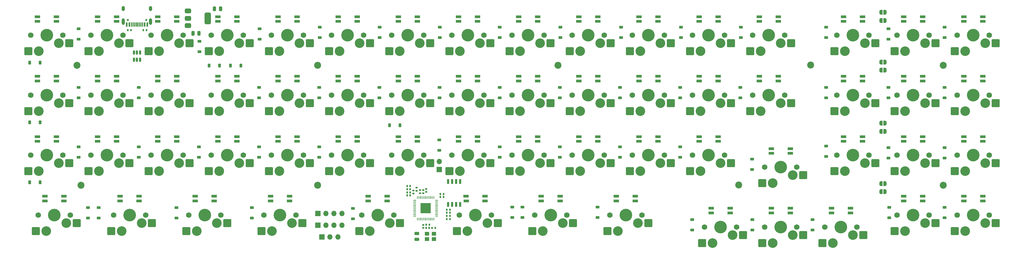
<source format=gbr>
G04 #@! TF.GenerationSoftware,KiCad,Pcbnew,8.0.4*
G04 #@! TF.CreationDate,2024-08-22T22:34:04+02:00*
G04 #@! TF.ProjectId,Mimic40,4d696d69-6334-4302-9e6b-696361645f70,rev?*
G04 #@! TF.SameCoordinates,Original*
G04 #@! TF.FileFunction,Soldermask,Bot*
G04 #@! TF.FilePolarity,Negative*
%FSLAX46Y46*%
G04 Gerber Fmt 4.6, Leading zero omitted, Abs format (unit mm)*
G04 Created by KiCad (PCBNEW 8.0.4) date 2024-08-22 22:34:04*
%MOMM*%
%LPD*%
G01*
G04 APERTURE LIST*
G04 Aperture macros list*
%AMRoundRect*
0 Rectangle with rounded corners*
0 $1 Rounding radius*
0 $2 $3 $4 $5 $6 $7 $8 $9 X,Y pos of 4 corners*
0 Add a 4 corners polygon primitive as box body*
4,1,4,$2,$3,$4,$5,$6,$7,$8,$9,$2,$3,0*
0 Add four circle primitives for the rounded corners*
1,1,$1+$1,$2,$3*
1,1,$1+$1,$4,$5*
1,1,$1+$1,$6,$7*
1,1,$1+$1,$8,$9*
0 Add four rect primitives between the rounded corners*
20,1,$1+$1,$2,$3,$4,$5,0*
20,1,$1+$1,$4,$5,$6,$7,0*
20,1,$1+$1,$6,$7,$8,$9,0*
20,1,$1+$1,$8,$9,$2,$3,0*%
%AMFreePoly0*
4,1,19,0.500000,-0.750000,0.000000,-0.750000,0.000000,-0.744911,-0.071157,-0.744911,-0.207708,-0.704816,-0.327430,-0.627875,-0.420627,-0.520320,-0.479746,-0.390866,-0.500000,-0.250000,-0.500000,0.250000,-0.479746,0.390866,-0.420627,0.520320,-0.327430,0.627875,-0.207708,0.704816,-0.071157,0.744911,0.000000,0.744911,0.000000,0.750000,0.500000,0.750000,0.500000,-0.750000,0.500000,-0.750000,
$1*%
%AMFreePoly1*
4,1,19,0.000000,0.744911,0.071157,0.744911,0.207708,0.704816,0.327430,0.627875,0.420627,0.520320,0.479746,0.390866,0.500000,0.250000,0.500000,-0.250000,0.479746,-0.390866,0.420627,-0.520320,0.327430,-0.627875,0.207708,-0.704816,0.071157,-0.744911,0.000000,-0.744911,0.000000,-0.750000,-0.500000,-0.750000,-0.500000,0.750000,0.000000,0.750000,0.000000,0.744911,0.000000,0.744911,
$1*%
G04 Aperture macros list end*
%ADD10C,1.750000*%
%ADD11C,3.050000*%
%ADD12C,4.000000*%
%ADD13RoundRect,0.250000X1.025000X1.000000X-1.025000X1.000000X-1.025000X-1.000000X1.025000X-1.000000X0*%
%ADD14C,2.200000*%
%ADD15R,1.700000X1.700000*%
%ADD16O,1.700000X1.700000*%
%ADD17RoundRect,0.225000X-0.225000X-0.375000X0.225000X-0.375000X0.225000X0.375000X-0.225000X0.375000X0*%
%ADD18R,1.800000X0.820000*%
%ADD19RoundRect,0.250000X-0.475000X0.250000X-0.475000X-0.250000X0.475000X-0.250000X0.475000X0.250000X0*%
%ADD20RoundRect,0.225000X0.225000X0.375000X-0.225000X0.375000X-0.225000X-0.375000X0.225000X-0.375000X0*%
%ADD21RoundRect,0.225000X-0.375000X0.225000X-0.375000X-0.225000X0.375000X-0.225000X0.375000X0.225000X0*%
%ADD22RoundRect,0.140000X0.140000X0.170000X-0.140000X0.170000X-0.140000X-0.170000X0.140000X-0.170000X0*%
%ADD23RoundRect,0.140000X0.170000X-0.140000X0.170000X0.140000X-0.170000X0.140000X-0.170000X-0.140000X0*%
%ADD24FreePoly0,180.000000*%
%ADD25FreePoly1,180.000000*%
%ADD26RoundRect,0.140000X-0.170000X0.140000X-0.170000X-0.140000X0.170000X-0.140000X0.170000X0.140000X0*%
%ADD27RoundRect,0.135000X0.185000X-0.135000X0.185000X0.135000X-0.185000X0.135000X-0.185000X-0.135000X0*%
%ADD28RoundRect,0.135000X0.135000X0.185000X-0.135000X0.185000X-0.135000X-0.185000X0.135000X-0.185000X0*%
%ADD29RoundRect,0.140000X-0.140000X-0.170000X0.140000X-0.170000X0.140000X0.170000X-0.140000X0.170000X0*%
%ADD30RoundRect,0.150000X-0.150000X0.512500X-0.150000X-0.512500X0.150000X-0.512500X0.150000X0.512500X0*%
%ADD31RoundRect,0.135000X-0.185000X0.135000X-0.185000X-0.135000X0.185000X-0.135000X0.185000X0.135000X0*%
%ADD32C,0.650000*%
%ADD33R,0.600000X1.450000*%
%ADD34R,0.300000X1.450000*%
%ADD35O,1.000000X1.600000*%
%ADD36O,1.000000X2.100000*%
%ADD37FreePoly0,0.000000*%
%ADD38FreePoly1,0.000000*%
%ADD39RoundRect,0.250000X0.250000X0.475000X-0.250000X0.475000X-0.250000X-0.475000X0.250000X-0.475000X0*%
%ADD40R,1.700000X0.820000*%
%ADD41RoundRect,0.135000X-0.135000X-0.185000X0.135000X-0.185000X0.135000X0.185000X-0.135000X0.185000X0*%
%ADD42R,1.400000X1.200000*%
%ADD43RoundRect,0.250000X-0.250000X-0.475000X0.250000X-0.475000X0.250000X0.475000X-0.250000X0.475000X0*%
%ADD44RoundRect,0.150000X0.150000X-0.650000X0.150000X0.650000X-0.150000X0.650000X-0.150000X-0.650000X0*%
%ADD45RoundRect,0.375000X-0.625000X-0.375000X0.625000X-0.375000X0.625000X0.375000X-0.625000X0.375000X0*%
%ADD46RoundRect,0.500000X-0.500000X-1.400000X0.500000X-1.400000X0.500000X1.400000X-0.500000X1.400000X0*%
%ADD47RoundRect,0.050000X0.387500X0.050000X-0.387500X0.050000X-0.387500X-0.050000X0.387500X-0.050000X0*%
%ADD48RoundRect,0.050000X0.050000X0.387500X-0.050000X0.387500X-0.050000X-0.387500X0.050000X-0.387500X0*%
%ADD49R,3.200000X3.200000*%
G04 APERTURE END LIST*
D10*
X195579999Y-88900000D03*
D11*
X194310000Y-91440000D03*
D12*
X190500000Y-88900000D03*
D11*
X187960000Y-93980000D03*
D10*
X185420001Y-88900000D03*
D13*
X197585000Y-91440000D03*
X184658000Y-93980000D03*
D10*
X374649999Y-127000000D03*
D11*
X373380000Y-129540000D03*
D12*
X369570000Y-127000000D03*
D11*
X367030000Y-132080000D03*
D10*
X364490001Y-127000000D03*
D13*
X376655000Y-129540000D03*
X363728000Y-132080000D03*
D10*
X138429999Y-107950000D03*
D11*
X137160000Y-110490000D03*
D12*
X133350000Y-107950000D03*
D11*
X130810000Y-113030000D03*
D10*
X128270001Y-107950000D03*
D13*
X140435000Y-110490000D03*
X127508000Y-113030000D03*
D10*
X332739999Y-149860000D03*
D11*
X331470000Y-152400000D03*
D12*
X327660000Y-149860000D03*
D11*
X325120000Y-154940000D03*
D10*
X322580001Y-149860000D03*
D13*
X334745000Y-152400000D03*
X321818000Y-154940000D03*
D10*
X138429999Y-127000000D03*
D11*
X137160000Y-129540000D03*
D12*
X133350000Y-127000000D03*
D11*
X130810000Y-132080000D03*
D10*
X128270001Y-127000000D03*
D13*
X140435000Y-129540000D03*
X127508000Y-132080000D03*
D10*
X355599999Y-146050000D03*
D11*
X354330000Y-148590000D03*
D12*
X350520000Y-146050000D03*
D11*
X347980000Y-151130000D03*
D10*
X345440001Y-146050000D03*
D13*
X357605000Y-148590000D03*
X344678000Y-151130000D03*
D10*
X131286250Y-146050000D03*
D11*
X130016250Y-148590000D03*
D12*
X126206250Y-146050000D03*
D11*
X123666250Y-151130000D03*
D10*
X121126250Y-146050000D03*
D13*
X133291250Y-148590000D03*
X120364250Y-151130000D03*
D10*
X107473750Y-146050000D03*
D11*
X106203750Y-148590000D03*
D12*
X102393750Y-146050000D03*
D11*
X99853750Y-151130000D03*
D10*
X97313750Y-146050000D03*
D13*
X109478750Y-148590000D03*
X96551750Y-151130000D03*
D14*
X87000000Y-136525000D03*
X295300000Y-136500000D03*
D10*
X119379999Y-107950000D03*
D11*
X118110000Y-110490000D03*
D12*
X114300000Y-107950000D03*
D11*
X111760000Y-113030000D03*
D10*
X109220001Y-107950000D03*
D13*
X121385000Y-110490000D03*
X108458000Y-113030000D03*
D15*
X200500000Y-131575000D03*
D16*
X200500000Y-129035000D03*
D10*
X233679999Y-127000000D03*
D11*
X232410000Y-129540000D03*
D12*
X228600000Y-127000000D03*
D11*
X226060000Y-132080000D03*
D10*
X223520001Y-127000000D03*
D13*
X235685000Y-129540000D03*
X222758000Y-132080000D03*
D10*
X195579999Y-127000000D03*
D11*
X194310000Y-129540000D03*
D12*
X190500000Y-127000000D03*
D11*
X187960000Y-132080000D03*
D10*
X185420001Y-127000000D03*
D13*
X197585000Y-129540000D03*
X184658000Y-132080000D03*
D10*
X290829999Y-88900000D03*
D11*
X289560000Y-91440000D03*
D12*
X285750000Y-88900000D03*
D11*
X283210000Y-93980000D03*
D10*
X280670001Y-88900000D03*
D13*
X292835000Y-91440000D03*
X279908000Y-93980000D03*
D10*
X186055000Y-146050000D03*
D11*
X184785000Y-148590000D03*
D12*
X180975000Y-146050000D03*
D11*
X178435000Y-151130000D03*
D10*
X175895000Y-146050000D03*
D13*
X188060000Y-148590000D03*
X175133000Y-151130000D03*
D10*
X271779999Y-127000000D03*
D11*
X270510000Y-129540000D03*
D12*
X266700000Y-127000000D03*
D11*
X264160000Y-132080000D03*
D10*
X261620001Y-127000000D03*
D13*
X273785000Y-129540000D03*
X260858000Y-132080000D03*
D10*
X290829999Y-107950000D03*
D11*
X289560000Y-110490000D03*
D12*
X285750000Y-107950000D03*
D11*
X283210000Y-113030000D03*
D10*
X280670001Y-107950000D03*
D13*
X292835000Y-110490000D03*
X279908000Y-113030000D03*
D10*
X264636250Y-146050000D03*
D11*
X263366250Y-148590000D03*
D12*
X259556250Y-146050000D03*
D11*
X257016250Y-151130000D03*
D10*
X254476250Y-146050000D03*
D13*
X266641250Y-148590000D03*
X253714250Y-151130000D03*
D10*
X157479999Y-127000000D03*
D11*
X156210000Y-129540000D03*
D12*
X152400000Y-127000000D03*
D11*
X149860000Y-132080000D03*
D10*
X147320001Y-127000000D03*
D13*
X159485000Y-129540000D03*
X146558000Y-132080000D03*
D14*
X161925000Y-98425000D03*
D10*
X336549999Y-107950000D03*
D11*
X335280000Y-110490000D03*
D12*
X331470000Y-107950000D03*
D11*
X328930000Y-113030000D03*
D10*
X326390001Y-107950000D03*
D13*
X338555000Y-110490000D03*
X325628000Y-113030000D03*
D10*
X271779999Y-107950000D03*
D11*
X270510000Y-110490000D03*
D12*
X266700000Y-107950000D03*
D11*
X264160000Y-113030000D03*
D10*
X261620001Y-107950000D03*
D13*
X273785000Y-110490000D03*
X260858000Y-113030000D03*
D10*
X355599999Y-127000000D03*
D11*
X354330000Y-129540000D03*
D12*
X350520000Y-127000000D03*
D11*
X347980000Y-132080000D03*
D10*
X345440001Y-127000000D03*
D13*
X357605000Y-129540000D03*
X344678000Y-132080000D03*
D10*
X119379999Y-88900000D03*
D11*
X118110000Y-91440000D03*
D12*
X114300000Y-88900000D03*
D11*
X111760000Y-93980000D03*
D10*
X109220001Y-88900000D03*
D13*
X121385000Y-91440000D03*
X108458000Y-93980000D03*
D10*
X155098750Y-146050000D03*
D11*
X153828750Y-148590000D03*
D12*
X150018750Y-146050000D03*
D11*
X147478750Y-151130000D03*
D10*
X144938750Y-146050000D03*
D13*
X157103750Y-148590000D03*
X144176750Y-151130000D03*
D10*
X336549999Y-88900000D03*
D11*
X335280000Y-91440000D03*
D12*
X331470000Y-88900000D03*
D11*
X328930000Y-93980000D03*
D10*
X326390001Y-88900000D03*
D13*
X338555000Y-91440000D03*
X325628000Y-93980000D03*
D10*
X313689999Y-130810000D03*
D11*
X312420000Y-133350000D03*
D12*
X308610000Y-130810000D03*
D11*
X306070000Y-135890000D03*
D10*
X303530001Y-130810000D03*
D13*
X315695000Y-133350000D03*
X302768000Y-135890000D03*
D10*
X336549999Y-127000000D03*
D11*
X335280000Y-129540000D03*
D12*
X331470000Y-127000000D03*
D11*
X328930000Y-132080000D03*
D10*
X326390001Y-127000000D03*
D13*
X338555000Y-129540000D03*
X325628000Y-132080000D03*
D10*
X355599999Y-88900000D03*
D11*
X354330000Y-91440000D03*
D12*
X350520000Y-88900000D03*
D11*
X347980000Y-93980000D03*
D10*
X345440001Y-88900000D03*
D13*
X357605000Y-91440000D03*
X344678000Y-93980000D03*
D14*
X238100000Y-98425000D03*
D10*
X100329999Y-107950000D03*
D11*
X99060000Y-110490000D03*
D12*
X95250000Y-107950000D03*
D11*
X92710000Y-113030000D03*
D10*
X90170001Y-107950000D03*
D13*
X102335000Y-110490000D03*
X89408000Y-113030000D03*
D10*
X252729999Y-127000000D03*
D11*
X251460000Y-129540000D03*
D12*
X247650000Y-127000000D03*
D11*
X245110000Y-132080000D03*
D10*
X242570001Y-127000000D03*
D13*
X254735000Y-129540000D03*
X241808000Y-132080000D03*
D10*
X81279999Y-127000000D03*
D11*
X80010000Y-129540000D03*
D12*
X76200000Y-127000000D03*
D11*
X73660000Y-132080000D03*
D10*
X71120001Y-127000000D03*
D13*
X83285000Y-129540000D03*
X70358000Y-132080000D03*
D10*
X252729999Y-107950000D03*
D11*
X251460000Y-110490000D03*
D12*
X247650000Y-107950000D03*
D11*
X245110000Y-113030000D03*
D10*
X242570001Y-107950000D03*
D13*
X254735000Y-110490000D03*
X241808000Y-113030000D03*
D10*
X214629999Y-127000000D03*
D11*
X213360000Y-129540000D03*
D12*
X209550000Y-127000000D03*
D11*
X207010000Y-132080000D03*
D10*
X204470001Y-127000000D03*
D13*
X216635000Y-129540000D03*
X203708000Y-132080000D03*
D10*
X100329999Y-127000000D03*
D11*
X99060000Y-129540000D03*
D12*
X95250000Y-127000000D03*
D11*
X92710000Y-132080000D03*
D10*
X90170001Y-127000000D03*
D13*
X102335000Y-129540000D03*
X89408000Y-132080000D03*
D10*
X100329999Y-88900000D03*
D11*
X99060000Y-91440000D03*
D12*
X95250000Y-88900000D03*
D11*
X92710000Y-93980000D03*
D10*
X90170001Y-88900000D03*
D13*
X102335000Y-91440000D03*
X89408000Y-93980000D03*
D10*
X138429999Y-88900000D03*
D11*
X137160000Y-91440000D03*
D12*
X133350000Y-88900000D03*
D11*
X130810000Y-93980000D03*
D10*
X128270001Y-88900000D03*
D13*
X140435000Y-91440000D03*
X127508000Y-93980000D03*
D10*
X233679999Y-88900000D03*
D11*
X232410000Y-91440000D03*
D12*
X228600000Y-88900000D03*
D11*
X226060000Y-93980000D03*
D10*
X223520001Y-88900000D03*
D13*
X235685000Y-91440000D03*
X222758000Y-93980000D03*
D10*
X233679999Y-107950000D03*
D11*
X232410000Y-110490000D03*
D12*
X228600000Y-107950000D03*
D11*
X226060000Y-113030000D03*
D10*
X223520001Y-107950000D03*
D13*
X235685000Y-110490000D03*
X222758000Y-113030000D03*
D10*
X81279999Y-88900000D03*
D11*
X80010000Y-91440000D03*
D12*
X76200000Y-88900000D03*
D11*
X73660000Y-93980000D03*
D10*
X71120001Y-88900000D03*
D13*
X83285000Y-91440000D03*
X70358000Y-93980000D03*
D10*
X374649999Y-88900000D03*
D11*
X373380000Y-91440000D03*
D12*
X369570000Y-88900000D03*
D11*
X367030000Y-93980000D03*
D10*
X364490001Y-88900000D03*
D13*
X376655000Y-91440000D03*
X363728000Y-93980000D03*
D10*
X252729999Y-88900000D03*
D11*
X251460000Y-91440000D03*
D12*
X247650000Y-88900000D03*
D11*
X245110000Y-93980000D03*
D10*
X242570001Y-88900000D03*
D13*
X254735000Y-91440000D03*
X241808000Y-93980000D03*
D10*
X176529999Y-107950000D03*
D11*
X175260000Y-110490000D03*
D12*
X171450000Y-107950000D03*
D11*
X168910000Y-113030000D03*
D10*
X166370001Y-107950000D03*
D13*
X178535000Y-110490000D03*
X165608000Y-113030000D03*
D10*
X176529999Y-127000000D03*
D11*
X175260000Y-129540000D03*
D12*
X171450000Y-127000000D03*
D11*
X168910000Y-132080000D03*
D10*
X166370001Y-127000000D03*
D13*
X178535000Y-129540000D03*
X165608000Y-132080000D03*
D10*
X214629999Y-107950000D03*
D11*
X213360000Y-110490000D03*
D12*
X209550000Y-107950000D03*
D11*
X207010000Y-113030000D03*
D10*
X204470001Y-107950000D03*
D13*
X216635000Y-110490000D03*
X203708000Y-113030000D03*
D10*
X157479999Y-107950000D03*
D11*
X156210000Y-110490000D03*
D12*
X152400000Y-107950000D03*
D11*
X149860000Y-113030000D03*
D10*
X147320001Y-107950000D03*
D13*
X159485000Y-110490000D03*
X146558000Y-113030000D03*
D10*
X157479999Y-88900000D03*
D11*
X156210000Y-91440000D03*
D12*
X152400000Y-88900000D03*
D11*
X149860000Y-93980000D03*
D10*
X147320001Y-88900000D03*
D13*
X159485000Y-91440000D03*
X146558000Y-93980000D03*
D10*
X271779999Y-88900000D03*
D11*
X270510000Y-91440000D03*
D12*
X266700000Y-88900000D03*
D11*
X264160000Y-93980000D03*
D10*
X261620001Y-88900000D03*
D13*
X273785000Y-91440000D03*
X260858000Y-93980000D03*
D10*
X214629999Y-88900000D03*
D11*
X213360000Y-91440000D03*
D12*
X209550000Y-88900000D03*
D11*
X207010000Y-93980000D03*
D10*
X204470001Y-88900000D03*
D13*
X216635000Y-91440000D03*
X203708000Y-93980000D03*
D10*
X81279999Y-107950000D03*
D11*
X80010000Y-110490000D03*
D12*
X76200000Y-107950000D03*
D11*
X73660000Y-113030000D03*
D10*
X71120001Y-107950000D03*
D13*
X83285000Y-110490000D03*
X70358000Y-113030000D03*
D10*
X355599999Y-107950000D03*
D11*
X354330000Y-110490000D03*
D12*
X350520000Y-107950000D03*
D11*
X347980000Y-113030000D03*
D10*
X345440001Y-107950000D03*
D13*
X357605000Y-110490000D03*
X344678000Y-113030000D03*
D10*
X240823750Y-146050000D03*
D11*
X239553750Y-148590000D03*
D12*
X235743750Y-146050000D03*
D11*
X233203750Y-151130000D03*
D10*
X230663750Y-146050000D03*
D13*
X242828750Y-148590000D03*
X229901750Y-151130000D03*
D14*
X161925000Y-136525000D03*
D10*
X83661250Y-146050000D03*
D11*
X82391250Y-148590000D03*
D12*
X78581250Y-146050000D03*
D11*
X76041250Y-151130000D03*
D10*
X73501250Y-146050000D03*
D13*
X85666250Y-148590000D03*
X72739250Y-151130000D03*
D10*
X290829999Y-127000000D03*
D11*
X289560000Y-129540000D03*
D12*
X285750000Y-127000000D03*
D11*
X283210000Y-132080000D03*
D10*
X280670001Y-127000000D03*
D13*
X292835000Y-129540000D03*
X279908000Y-132080000D03*
D10*
X313689999Y-149860000D03*
D11*
X312420000Y-152400000D03*
D12*
X308610000Y-149860000D03*
D11*
X306070000Y-154940000D03*
D10*
X303530001Y-149860000D03*
D13*
X315695000Y-152400000D03*
X302768000Y-154940000D03*
D10*
X195579999Y-107950000D03*
D11*
X194310000Y-110490000D03*
D12*
X190500000Y-107950000D03*
D11*
X187960000Y-113030000D03*
D10*
X185420001Y-107950000D03*
D13*
X197585000Y-110490000D03*
X184658000Y-113030000D03*
D10*
X176529999Y-88900000D03*
D11*
X175260000Y-91440000D03*
D12*
X171450000Y-88900000D03*
D11*
X168910000Y-93980000D03*
D10*
X166370001Y-88900000D03*
D13*
X178535000Y-91440000D03*
X165608000Y-93980000D03*
D10*
X309879999Y-88900000D03*
D11*
X308610000Y-91440000D03*
D12*
X304800000Y-88900000D03*
D11*
X302260000Y-93980000D03*
D10*
X299720001Y-88900000D03*
D13*
X311885000Y-91440000D03*
X298958000Y-93980000D03*
D14*
X360045000Y-136525000D03*
D10*
X119379999Y-127000000D03*
D11*
X118110000Y-129540000D03*
D12*
X114300000Y-127000000D03*
D11*
X111760000Y-132080000D03*
D10*
X109220001Y-127000000D03*
D13*
X121385000Y-129540000D03*
X108458000Y-132080000D03*
D14*
X360045000Y-98425000D03*
D10*
X374649999Y-146050000D03*
D11*
X373380000Y-148590000D03*
D12*
X369570000Y-146050000D03*
D11*
X367030000Y-151130000D03*
D10*
X364490001Y-146050000D03*
D13*
X376655000Y-148590000D03*
X363728000Y-151130000D03*
D10*
X294639999Y-149860000D03*
D11*
X293370000Y-152400000D03*
D12*
X289560000Y-149860000D03*
D11*
X287020000Y-154940000D03*
D10*
X284480001Y-149860000D03*
D13*
X296645000Y-152400000D03*
X283718000Y-154940000D03*
D14*
X85725000Y-98425000D03*
D10*
X309879999Y-107950000D03*
D11*
X308610000Y-110490000D03*
D12*
X304800000Y-107950000D03*
D11*
X302260000Y-113030000D03*
D10*
X299720001Y-107950000D03*
D13*
X311885000Y-110490000D03*
X298958000Y-113030000D03*
D10*
X217011250Y-146050000D03*
D11*
X215741250Y-148590000D03*
D12*
X211931250Y-146050000D03*
D11*
X209391250Y-151130000D03*
D10*
X206851250Y-146050000D03*
D13*
X219016250Y-148590000D03*
X206089250Y-151130000D03*
D10*
X374649999Y-107950000D03*
D11*
X373380000Y-110490000D03*
D12*
X369570000Y-107950000D03*
D11*
X367030000Y-113030000D03*
D10*
X364490001Y-107950000D03*
D13*
X376655000Y-110490000D03*
X363728000Y-113030000D03*
D14*
X318100000Y-98400000D03*
D17*
X70750000Y-135600000D03*
X74050000Y-135600000D03*
D18*
X305610000Y-143860000D03*
X305610000Y-145360000D03*
X311610000Y-145360000D03*
X311610000Y-143860000D03*
D19*
X193350000Y-151850001D03*
X193350000Y-153749999D03*
D18*
X353520000Y-122600000D03*
X353520000Y-121100000D03*
X347520000Y-121100000D03*
X347520000Y-122600000D03*
X193500000Y-84500000D03*
X193500000Y-83000000D03*
X187500000Y-83000000D03*
X187500000Y-84500000D03*
D20*
X137650000Y-98500000D03*
X134350000Y-98500000D03*
D21*
X342750000Y-105450000D03*
X342750000Y-108750000D03*
X223600000Y-143450000D03*
X223600000Y-146750000D03*
X124500000Y-90850000D03*
X124500000Y-94150000D03*
D18*
X250650000Y-84500000D03*
X250650000Y-83000000D03*
X244650000Y-83000000D03*
X244650000Y-84500000D03*
X98250000Y-122600000D03*
X98250000Y-121100000D03*
X92250000Y-121100000D03*
X92250000Y-122600000D03*
D21*
X226800000Y-143450000D03*
X226800000Y-146750000D03*
X277000000Y-86350000D03*
X277000000Y-89650000D03*
X323000000Y-105450000D03*
X323000000Y-108750000D03*
X124350000Y-124350000D03*
X124350000Y-127650000D03*
D18*
X75581250Y-140050000D03*
X75581250Y-141550000D03*
X81581250Y-141550000D03*
X81581250Y-140050000D03*
D21*
X162450000Y-124350000D03*
X162450000Y-127650000D03*
D22*
X191229999Y-137800000D03*
X190269999Y-137800000D03*
D23*
X196349999Y-138680000D03*
X196349999Y-137720000D03*
D21*
X200550000Y-105450000D03*
X200550000Y-108750000D03*
D18*
X92250000Y-101950000D03*
X92250000Y-103450000D03*
X98250000Y-103450000D03*
X98250000Y-101950000D03*
X311610000Y-126410000D03*
X311610000Y-124910000D03*
X305610000Y-124910000D03*
X305610000Y-126410000D03*
D21*
X257700000Y-105450000D03*
X257700000Y-108750000D03*
D24*
X341650000Y-97400000D03*
D25*
X340350000Y-97400000D03*
D18*
X136350000Y-122600000D03*
X136350000Y-121100000D03*
X130350000Y-121100000D03*
X130350000Y-122600000D03*
D26*
X195350000Y-149120000D03*
X195350000Y-150080000D03*
D27*
X194349999Y-139069998D03*
X194349999Y-138050000D03*
D21*
X299650000Y-147450000D03*
X299650000Y-150750000D03*
D18*
X250650000Y-122600000D03*
X250650000Y-121100000D03*
X244650000Y-121100000D03*
X244650000Y-122600000D03*
X117300000Y-122600000D03*
X117300000Y-121100000D03*
X111300000Y-121100000D03*
X111300000Y-122600000D03*
D21*
X181500000Y-105450000D03*
X181500000Y-108750000D03*
D18*
X334470000Y-84500000D03*
X334470000Y-83000000D03*
X328470000Y-83000000D03*
X328470000Y-84500000D03*
X79200000Y-84499999D03*
X79200000Y-82999999D03*
X73200000Y-82999999D03*
X73200000Y-84499999D03*
X206550000Y-101950000D03*
X206550000Y-103450000D03*
X212550000Y-103450000D03*
X212550000Y-101950000D03*
D21*
X360500000Y-124600000D03*
X360500000Y-127900000D03*
D22*
X191229998Y-136800000D03*
X190269998Y-136800000D03*
D18*
X328470000Y-101950000D03*
X328470000Y-103450000D03*
X334470000Y-103450000D03*
X334470000Y-101950000D03*
D15*
X162000000Y-149250000D03*
D16*
X164540000Y-149250000D03*
X167079999Y-149250000D03*
X169620000Y-149250000D03*
D18*
X212550000Y-84500000D03*
X212550000Y-83000000D03*
X206550000Y-83000000D03*
X206550000Y-84500000D03*
X231600000Y-122600000D03*
X231600000Y-121100000D03*
X225600000Y-121100000D03*
X225600000Y-122600000D03*
D28*
X197309999Y-149050000D03*
X196290001Y-149050000D03*
D29*
X198220000Y-150053838D03*
X199180000Y-150053838D03*
D30*
X103800001Y-94362500D03*
X104750000Y-94362500D03*
X105699999Y-94362500D03*
X105699999Y-96637500D03*
X104750000Y-96637500D03*
X103800001Y-96637500D03*
D21*
X280600000Y-147450000D03*
X280600000Y-150750000D03*
X92600000Y-143650000D03*
X92600000Y-146950000D03*
D31*
X195350000Y-138050000D03*
X195350000Y-139069998D03*
D21*
X181600000Y-86350000D03*
X181600000Y-89650000D03*
D18*
X288750000Y-122600000D03*
X288750000Y-121100000D03*
X282750000Y-121100000D03*
X282750000Y-122600000D03*
D23*
X193249999Y-138280000D03*
X193249999Y-137320000D03*
D15*
X162000000Y-145500000D03*
D16*
X164540000Y-145500000D03*
X167080000Y-145500000D03*
X169620000Y-145500000D03*
D21*
X200500000Y-122150000D03*
X200500000Y-125450000D03*
D32*
X101860000Y-84040000D03*
X107640000Y-84040000D03*
D33*
X101500000Y-85485000D03*
X102299999Y-85485000D03*
D34*
X103500000Y-85484999D03*
X104500000Y-85485000D03*
X105000000Y-85485000D03*
X106000000Y-85484999D03*
D33*
X107200001Y-85485000D03*
X108000000Y-85485000D03*
X108000000Y-85485000D03*
X107200001Y-85485000D03*
D34*
X106500000Y-85485000D03*
X105500000Y-85485000D03*
X104000000Y-85485000D03*
X103000000Y-85485000D03*
D33*
X102299999Y-85485000D03*
X101500000Y-85485000D03*
D35*
X100430000Y-80390000D03*
D36*
X100430000Y-84570000D03*
D35*
X109070000Y-80390000D03*
D36*
X109070000Y-84570000D03*
D21*
X343000000Y-143600000D03*
X343000000Y-146900000D03*
D18*
X347520000Y-101950000D03*
X347520000Y-103450000D03*
X353520000Y-103450000D03*
X353520000Y-101950000D03*
X334470000Y-122600000D03*
X334470000Y-121100000D03*
X328470000Y-121100000D03*
X328470000Y-122600000D03*
X155400000Y-122600000D03*
X155400000Y-121100000D03*
X149400000Y-121100000D03*
X149400000Y-122600000D03*
D28*
X102859999Y-87250000D03*
X101840001Y-87250000D03*
D18*
X212550000Y-122600000D03*
X212550000Y-121100000D03*
X206550000Y-121100000D03*
X206550000Y-122600000D03*
D21*
X276750000Y-124350000D03*
X276750000Y-127650000D03*
X258000000Y-86350000D03*
X258000000Y-89650000D03*
X162600000Y-86350000D03*
X162600000Y-89650000D03*
D18*
X136350000Y-84500000D03*
X136350000Y-83000000D03*
X130350000Y-83000000D03*
X130350000Y-84500000D03*
X263700000Y-101950000D03*
X263700000Y-103450000D03*
X269700000Y-103450000D03*
X269700000Y-101950000D03*
D21*
X342750000Y-86850000D03*
X342750000Y-90150000D03*
D17*
X184750000Y-117500000D03*
X188050000Y-117500000D03*
D28*
X201809999Y-139300000D03*
X200790001Y-139300000D03*
D37*
X340350001Y-116800000D03*
D38*
X341649999Y-116800000D03*
D18*
X130350000Y-101950000D03*
X130350000Y-103450000D03*
X136350000Y-103450000D03*
X136350000Y-101950000D03*
X98250000Y-84500000D03*
X98250000Y-83000000D03*
X92250000Y-83000000D03*
X92250000Y-84500000D03*
X168450000Y-101950000D03*
X168450000Y-103450000D03*
X174450000Y-103450000D03*
X174450000Y-101950000D03*
X353520000Y-84500000D03*
X353520000Y-83000000D03*
X347520000Y-83000000D03*
X347520000Y-84500000D03*
D21*
X105300000Y-105450000D03*
X105300000Y-108750000D03*
X360500000Y-86350000D03*
X360500000Y-89650000D03*
X342750000Y-124600000D03*
X342750000Y-127900000D03*
X295800000Y-105450000D03*
X295800000Y-108750000D03*
X219600000Y-124350000D03*
X219600000Y-127650000D03*
X238650000Y-105450000D03*
X238650000Y-108750000D03*
D18*
X111300000Y-101950000D03*
X111300000Y-103450000D03*
X117300000Y-103450000D03*
X117300000Y-101950000D03*
D21*
X323000000Y-86350000D03*
X323000000Y-89650000D03*
X318700000Y-147450000D03*
X318700000Y-150750000D03*
X257700000Y-124350000D03*
X257700000Y-127650000D03*
D17*
X127600000Y-98500000D03*
X130900000Y-98500000D03*
D18*
X269700000Y-84500000D03*
X269700000Y-83000000D03*
X263700000Y-83000000D03*
X263700000Y-84500000D03*
D39*
X124349999Y-88250000D03*
X122450001Y-88250000D03*
D21*
X105300000Y-124350000D03*
X105300000Y-127650000D03*
X117200000Y-143650000D03*
X117200000Y-146950000D03*
D18*
X347520000Y-140050000D03*
X347520000Y-141550000D03*
X353520000Y-141550000D03*
X353520000Y-140050000D03*
D21*
X299500000Y-128250000D03*
X299500000Y-131550000D03*
X323000000Y-124100000D03*
X323000000Y-127400000D03*
D24*
X341650000Y-100000000D03*
D25*
X340350000Y-100000000D03*
D21*
X360500000Y-143600000D03*
X360500000Y-146900000D03*
D28*
X201809999Y-140300000D03*
X200790001Y-140300000D03*
D18*
X208931250Y-140050000D03*
D40*
X209031250Y-141550000D03*
D18*
X214931250Y-141550000D03*
X214931250Y-140050000D03*
X231600000Y-84500000D03*
X231600000Y-83000000D03*
X225600000Y-83000000D03*
X225600000Y-84500000D03*
D21*
X276750000Y-105450000D03*
X276750000Y-108750000D03*
X143600000Y-86850000D03*
X143600000Y-90150000D03*
D22*
X191229999Y-138800000D03*
X190269999Y-138800000D03*
D18*
X174450000Y-122600000D03*
X174450000Y-121100000D03*
X168450000Y-121100000D03*
X168450000Y-122600000D03*
D22*
X197280000Y-150053838D03*
X196320000Y-150053838D03*
D21*
X219600000Y-105450000D03*
X219600000Y-108750000D03*
D18*
X366570000Y-140050000D03*
X366570000Y-141550000D03*
X372570000Y-141550000D03*
X372570000Y-140050000D03*
D21*
X238800000Y-86350000D03*
X238800000Y-89650000D03*
D41*
X106740001Y-87250000D03*
X107759999Y-87250000D03*
D18*
X286560000Y-143860000D03*
X286560000Y-145360000D03*
X292560000Y-145360000D03*
X292560000Y-143860000D03*
D17*
X70750000Y-97600000D03*
X74050000Y-97600000D03*
D18*
X244650000Y-101950000D03*
X244650000Y-103450000D03*
X250650000Y-103450000D03*
X250650000Y-101950000D03*
X155400000Y-84500000D03*
X155400000Y-83000000D03*
X149400000Y-83000000D03*
X149400000Y-84500000D03*
D21*
X162450000Y-105450000D03*
X162450000Y-108750000D03*
D18*
X73200000Y-101950000D03*
X73200000Y-103450000D03*
X79200000Y-103450000D03*
X79200000Y-101950000D03*
X147018750Y-140050000D03*
X147018750Y-141550000D03*
X153018750Y-141550000D03*
X153018750Y-140050000D03*
X307800000Y-84500000D03*
X307800000Y-83000000D03*
X301800000Y-83000000D03*
X301800000Y-84500000D03*
D42*
X198758001Y-153658000D03*
X196558001Y-153658000D03*
X196558001Y-151958000D03*
X198758001Y-151958000D03*
D21*
X86250000Y-86850000D03*
X86250000Y-90150000D03*
X200600000Y-86350000D03*
X200600000Y-89650000D03*
D18*
X193500000Y-122600000D03*
X193500000Y-121100000D03*
X187500000Y-121100000D03*
X187500000Y-122600000D03*
X177975000Y-140050000D03*
X177975000Y-141550000D03*
X183975000Y-141550000D03*
X183975000Y-140050000D03*
D24*
X341650000Y-84200000D03*
D25*
X340350000Y-84200000D03*
D18*
X366570000Y-101950000D03*
X366570000Y-103450000D03*
X372570000Y-103450000D03*
X372570000Y-101950000D03*
D29*
X202870000Y-144300000D03*
X203830000Y-144300000D03*
D18*
X282750000Y-101950000D03*
X282750000Y-103450000D03*
X288750000Y-103450000D03*
X288750000Y-101950000D03*
X372570000Y-122600000D03*
X372570000Y-121100000D03*
X366570000Y-121100000D03*
X366570000Y-122600000D03*
D29*
X202870000Y-145300000D03*
X203830000Y-145300000D03*
D18*
X79200000Y-122600000D03*
X79200000Y-121100000D03*
X73200000Y-121100000D03*
X73200000Y-122600000D03*
D21*
X86250000Y-124350000D03*
X86250000Y-127650000D03*
X143400000Y-105450000D03*
X143400000Y-108750000D03*
D15*
X163300000Y-153000000D03*
D16*
X165840000Y-153000000D03*
X168379999Y-153000000D03*
D43*
X129300001Y-80500000D03*
X131199999Y-80500000D03*
D21*
X143400000Y-124350000D03*
X143400000Y-127650000D03*
X173100000Y-143950000D03*
X173100000Y-147250000D03*
X238650000Y-124350000D03*
X238650000Y-127650000D03*
D18*
X123206250Y-140050000D03*
X123206250Y-141550000D03*
X129206250Y-141550000D03*
X129206250Y-140050000D03*
D24*
X341650000Y-136000000D03*
D25*
X340350000Y-136000000D03*
D18*
X232743750Y-140050000D03*
X232743750Y-141550000D03*
X238743750Y-141550000D03*
X238743750Y-140050000D03*
X99393750Y-140050000D03*
X99393750Y-141550000D03*
X105393750Y-141550000D03*
X105393750Y-140050000D03*
X256556250Y-140050000D03*
X256556250Y-141550000D03*
X262556250Y-141550000D03*
X262556250Y-140050000D03*
X149400000Y-101950000D03*
X149400000Y-103450000D03*
X155400000Y-103450000D03*
X155400000Y-101950000D03*
D44*
X207055000Y-142600000D03*
X205785000Y-142600000D03*
X204515000Y-142600000D03*
X203245000Y-142600000D03*
X203245000Y-135400000D03*
X204515000Y-135400000D03*
X205785000Y-135400000D03*
X207055000Y-135400000D03*
D45*
X120850000Y-85800000D03*
X120850001Y-83500000D03*
D46*
X127149999Y-83500000D03*
D45*
X120850000Y-81200000D03*
D18*
X372570000Y-84500000D03*
X372570000Y-83000000D03*
X366570000Y-83000000D03*
X366570000Y-84500000D03*
D21*
X296000000Y-86350000D03*
X296000000Y-89650000D03*
D18*
X288750000Y-84500000D03*
X288750000Y-83000000D03*
X282750000Y-83000000D03*
X282750000Y-84500000D03*
D29*
X202870000Y-147300000D03*
X203830000Y-147300000D03*
D24*
X341649999Y-138600000D03*
D25*
X340350001Y-138600000D03*
D47*
X199587499Y-141259999D03*
X199587499Y-141660000D03*
X199587499Y-142059999D03*
X199587499Y-142459999D03*
X199587499Y-142859999D03*
X199587499Y-143259998D03*
X199587499Y-143659999D03*
X199587499Y-144059999D03*
X199587499Y-144460000D03*
X199587499Y-144859999D03*
X199587499Y-145259999D03*
X199587499Y-145659999D03*
X199587499Y-146059998D03*
X199587499Y-146459999D03*
D48*
X198749999Y-147297499D03*
X198349998Y-147297499D03*
X197949999Y-147297499D03*
X197549999Y-147297499D03*
X197149999Y-147297499D03*
X196750000Y-147297499D03*
X196349999Y-147297499D03*
X195949999Y-147297499D03*
X195549998Y-147297499D03*
X195149999Y-147297499D03*
X194749999Y-147297499D03*
X194349999Y-147297499D03*
X193950000Y-147297499D03*
X193549999Y-147297499D03*
D47*
X192712499Y-146459999D03*
X192712499Y-146059998D03*
X192712499Y-145659999D03*
X192712499Y-145259999D03*
X192712499Y-144859999D03*
X192712499Y-144460000D03*
X192712499Y-144059999D03*
X192712499Y-143659999D03*
X192712499Y-143259998D03*
X192712499Y-142859999D03*
X192712499Y-142459999D03*
X192712499Y-142059999D03*
X192712499Y-141660000D03*
X192712499Y-141259999D03*
D48*
X193549999Y-140422499D03*
X193950000Y-140422499D03*
X194349999Y-140422499D03*
X194749999Y-140422499D03*
X195149999Y-140422499D03*
X195549998Y-140422499D03*
X195949999Y-140422499D03*
X196349999Y-140422499D03*
X196750000Y-140422499D03*
X197149999Y-140422499D03*
X197549999Y-140422499D03*
X197949999Y-140422499D03*
X198349998Y-140422499D03*
X198749999Y-140422499D03*
D49*
X196149999Y-143859999D03*
D21*
X141100000Y-143650000D03*
X141100000Y-146950000D03*
X250600000Y-143450000D03*
X250600000Y-146750000D03*
D18*
X301800000Y-101950000D03*
X301800000Y-103450000D03*
X307800000Y-103450000D03*
X307800000Y-101950000D03*
X269700000Y-122600000D03*
X269700000Y-121100000D03*
X263700000Y-121100000D03*
X263700000Y-122600000D03*
D21*
X89200000Y-143650000D03*
X89200000Y-146950000D03*
X219600000Y-86350000D03*
X219600000Y-89650000D03*
D18*
X225600000Y-101950000D03*
X225600000Y-103450000D03*
X231600000Y-103450000D03*
X231600000Y-101950000D03*
D21*
X360500000Y-105450000D03*
X360500000Y-108750000D03*
D18*
X117300000Y-84500000D03*
X117300000Y-83000000D03*
X111300000Y-83000000D03*
X111300000Y-84500000D03*
X324660000Y-143860000D03*
X324660000Y-145360000D03*
X330660000Y-145360000D03*
X330660000Y-143860000D03*
X187500000Y-101950000D03*
X187500000Y-103450000D03*
X193500000Y-103450000D03*
X193500000Y-101950000D03*
D17*
X70750000Y-116600000D03*
X74050000Y-116600000D03*
D24*
X341650000Y-119400000D03*
D25*
X340350000Y-119400000D03*
D18*
X174450000Y-84500000D03*
X174450000Y-83000000D03*
X168450000Y-83000000D03*
X168450000Y-84500000D03*
D23*
X192249999Y-139180000D03*
X192249999Y-138220000D03*
D21*
X86250000Y-105450000D03*
X86250000Y-108750000D03*
D22*
X191230000Y-139800000D03*
X190270000Y-139800000D03*
D29*
X202870000Y-146300000D03*
X203830000Y-146300000D03*
D37*
X340350001Y-81600000D03*
D38*
X341649999Y-81600000D03*
M02*

</source>
